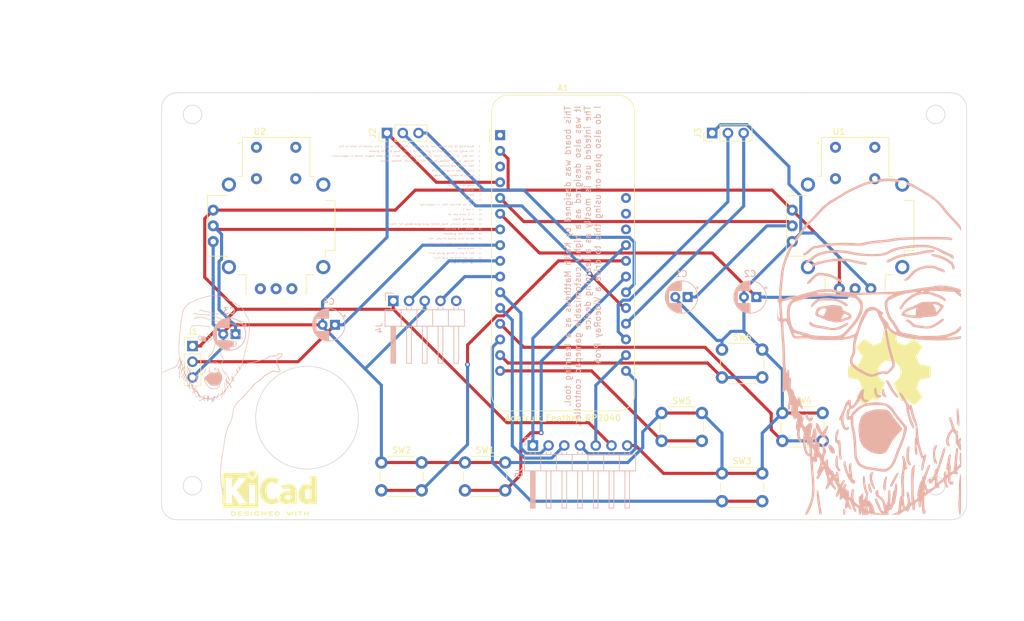
<source format=kicad_pcb>
(kicad_pcb (version 20221018) (generator pcbnew)
  (layers (0 "F.Cu" signal) (31 "B.Cu" signal) (34 "B.Paste" user) (35 "F.Paste" user) (36 "B.SilkS" user "B.Silkscreen") (37 "F.SilkS" user "F.Silkscreen") (38 "B.Mask" user) (39 "F.Mask" user) (44 "Edge.Cuts" user))
  (net 0 "")
  (net 3 "Net-(A1-D24)")
  (net 4 "Net-(A1-D25)")
  (net 5 "Net-(A1-TX)")
  (net 6 "Net-(A1-SDA)")
  (net 7 "Net-(A1-SCL)")
  (net 13 "+3.3V")
  (net 14 "GND")
  (net 15 "Net-(A1-A0)")
  (net 16 "Net-(A1-A1)")
  (net 17 "Net-(A1-A2)")
  (net 18 "Net-(A1-A3)")
  (net 24 "Net-(A1-SCK)")
  (net 25 "Net-(A1-MOSI)")
  (net 26 "Net-(A1-MISO)")
  (net 27 "Net-(A1-RX)")
  (net 28 "Net-(A1-D9)")
  (net 29 "Net-(A1-D10)")
  (net 30 "Net-(A1-D11)")
  (net 31 "Net-(A1-D12)")
  (net 32 "Net-(A1-D13)")
  (net 33 "Net-(A1-D4)")
  (net 34 "Net-(A1-D5)")
  (net 35 "Net-(A1-D6)")
  (footprint "Button_Switch_THT:SW_PUSH_6mm_H5mm" (layer "F.Cu") (at 180.25 105.25)
    (fp_text reference "SW4" (at 3.25 -2) (layer "F.SilkS"))
    (fp_text value "SW_Push")
    (pad "1" thru_hole circle (at 0 0 90) (size 2 2) (drill 1.1) (layers "*.Cu" "*.Mask") (net 14 "GND"))
    (pad "1" thru_hole circle (at 6.5 0 90) (size 2 2) (drill 1.1) (layers "*.Cu" "*.Mask") (net 14 "GND"))
    (pad "2" thru_hole circle (at 0 4.5 90) (size 2 2) (drill 1.1) (layers "*.Cu" "*.Mask") (net 26 "Net-(A1-MISO)"))
    (pad "2" thru_hole circle (at 6.5 4.5 90) (size 2 2) (drill 1.1) (layers "*.Cu" "*.Mask") (net 26 "Net-(A1-MISO)"))
  )
  (footprint "joystick:XDCR_COM-09032" (layer "F.Cu") (at 192 75)
    (fp_text reference "U1" (at -2.625 -15.235) (layer "F.SilkS"))
    (fp_text value "JOYSTICKPTH")
    (pad "B1A" thru_hole circle (at -3.175 -12.7) (size 1.778 1.778) (drill 0.9) (layers "*.Cu" "*.Mask"))
    (pad "B1B" thru_hole circle (at 3.175 -12.7) (size 1.778 1.778) (drill 0.9) (layers "*.Cu" "*.Mask"))
    (pad "B2A" thru_hole circle (at -3.175 -7.62) (size 1.778 1.778) (drill 0.9) (layers "*.Cu" "*.Mask"))
    (pad "B2B" thru_hole circle (at 3.175 -7.62) (size 1.778 1.778) (drill 0.9) (layers "*.Cu" "*.Mask"))
    (pad "H1" thru_hole circle (at -2.54 10.16) (size 1.778 1.778) (drill 0.889) (layers "*.Cu" "*.Mask") (net 13 "+3.3V"))
    (pad "H2" thru_hole circle (at 0 10.16) (size 1.778 1.778) (drill 0.889) (layers "*.Cu" "*.Mask") (net 16 "Net-(A1-A1)"))
    (pad "H3" thru_hole circle (at 2.54 10.16) (size 1.778 1.778) (drill 0.889) (layers "*.Cu" "*.Mask") (net 14 "GND"))
    (pad "S1" thru_hole circle (at -7.62 -6.6675) (size 2.286 2.286) (drill 1.397) (layers "*.Cu" "*.Mask"))
    (pad "S2" thru_hole circle (at -7.62 6.6675) (size 2.286 2.286) (drill 1.397) (layers "*.Cu" "*.Mask"))
    (pad "S3" thru_hole circle (at 7.62 6.6675) (size 2.286 2.286) (drill 1.397) (layers "*.Cu" "*.Mask"))
    (pad "S4" thru_hole circle (at 7.62 -6.6675) (size 2.286 2.286) (drill 1.397) (layers "*.Cu" "*.Mask"))
    (pad "V1" thru_hole circle (at -10.16 -2.54) (size 1.778 1.778) (drill 0.889) (layers "*.Cu" "*.Mask") (net 13 "+3.3V"))
    (pad "V2" thru_hole circle (at -10.16 0) (size 1.778 1.778) (drill 0.889) (layers "*.Cu" "*.Mask") (net 15 "Net-(A1-A0)"))
    (pad "V3" thru_hole circle (at -10.16 2.54) (size 1.778 1.778) (drill 0.889) (layers "*.Cu" "*.Mask") (net 14 "GND"))
  )
  (footprint "Connector_PinHeader_2.54mm:PinHeader_1x03_P2.54mm_Vertical" (layer "F.Cu") (at 85 94.42)
    (fp_text reference "J1" (at 0 -2.33) (layer "F.SilkS"))
    (fp_text value "Conn_01x03_Pin")
    (pad "1" thru_hole rect (at 0 0) (size 1.7 1.7) (drill 1) (layers "*.Cu" "*.Mask") (net 13 "+3.3V"))
    (pad "2" thru_hole oval (at 0 2.54) (size 1.7 1.7) (drill 1) (layers "*.Cu" "*.Mask") (net 18 "Net-(A1-A3)"))
    (pad "3" thru_hole oval (at 0 5.08) (size 1.7 1.7) (drill 1) (layers "*.Cu" "*.Mask") (net 14 "GND"))
  )
  (footprint "Symbol:OSHW-Symbol_13.4x12mm_SilkScreen" (layer "F.Cu") (at 197.5 98)
    (fp_text reference "REF15" hide)
    (fp_text value "OSHW-Symbol_13.4x12mm_SilkScreen" hide)
  )
  (footprint "Button_Switch_THT:SW_PUSH_6mm_H5mm" (layer "F.Cu") (at 115.5 113.25)
    (fp_text reference "SW2" (at 3.25 -2) (layer "F.SilkS"))
    (fp_text value "SW_Push")
    (pad "1" thru_hole circle (at 0 0 90) (size 2 2) (drill 1.1) (layers "*.Cu" "*.Mask") (net 14 "GND"))
    (pad "1" thru_hole circle (at 6.5 0 90) (size 2 2) (drill 1.1) (layers "*.Cu" "*.Mask") (net 14 "GND"))
    (pad "2" thru_hole circle (at 0 4.5 90) (size 2 2) (drill 1.1) (layers "*.Cu" "*.Mask") (net 31 "Net-(A1-D12)"))
    (pad "2" thru_hole circle (at 6.5 4.5 90) (size 2 2) (drill 1.1) (layers "*.Cu" "*.Mask") (net 31 "Net-(A1-D12)"))
  )
  (footprint "Connector_PinHeader_2.54mm:PinHeader_1x03_P2.54mm_Vertical" (layer "F.Cu") (at 116.42 60 90)
    (fp_text reference "J2" (at 0 -2.33 90) (layer "F.SilkS"))
    (fp_text value "Conn_01x03_Pin")
    (pad "1" thru_hole rect (at 0 0 90) (size 1.7 1.7) (drill 1) (layers "*.Cu" "*.Mask") (net 14 "GND"))
    (pad "2" thru_hole oval (at 0 2.54 90) (size 1.7 1.7) (drill 1) (layers "*.Cu" "*.Mask") (net 28 "Net-(A1-D9)"))
    (pad "3" thru_hole oval (at 0 5.08 90) (size 1.7 1.7) (drill 1) (layers "*.Cu" "*.Mask") (net 29 "Net-(A1-D10)"))
  )
  (footprint "joystick:XDCR_COM-09032" (layer "F.Cu") (at 98.5 75)
    (fp_text reference "U2" (at -2.625 -15.235) (layer "F.SilkS"))
    (fp_text value "JOYSTICKPTH")
    (pad "B1A" thru_hole circle (at -3.175 -12.7) (size 1.778 1.778) (drill 0.9) (layers "*.Cu" "*.Mask"))
    (pad "B1B" thru_hole circle (at 3.175 -12.7) (size 1.778 1.778) (drill 0.9) (layers "*.Cu" "*.Mask"))
    (pad "B2A" thru_hole circle (at -3.175 -7.62) (size 1.778 1.778) (drill 0.9) (layers "*.Cu" "*.Mask"))
    (pad "B2B" thru_hole circle (at 3.175 -7.62) (size 1.778 1.778) (drill 0.9) (layers "*.Cu" "*.Mask"))
    (pad "H1" thru_hole circle (at -2.54 10.16) (size 1.778 1.778) (drill 0.889) (layers "*.Cu" "*.Mask"))
    (pad "H2" thru_hole circle (at 0 10.16) (size 1.778 1.778) (drill 0.889) (layers "*.Cu" "*.Mask"))
    (pad "H3" thru_hole circle (at 2.54 10.16) (size 1.778 1.778) (drill 0.889) (layers "*.Cu" "*.Mask"))
    (pad "S1" thru_hole circle (at -7.62 -6.6675) (size 2.286 2.286) (drill 1.397) (layers "*.Cu" "*.Mask"))
    (pad "S2" thru_hole circle (at -7.62 6.6675) (size 2.286 2.286) (drill 1.397) (layers "*.Cu" "*.Mask"))
    (pad "S3" thru_hole circle (at 7.62 6.6675) (size 2.286 2.286) (drill 1.397) (layers "*.Cu" "*.Mask"))
    (pad "S4" thru_hole circle (at 7.62 -6.6675) (size 2.286 2.286) (drill 1.397) (layers "*.Cu" "*.Mask"))
    (pad "V1" thru_hole circle (at -10.16 -2.54) (size 1.778 1.778) (drill 0.889) (layers "*.Cu" "*.Mask") (net 13 "+3.3V"))
    (pad "V2" thru_hole circle (at -10.16 0) (size 1.778 1.778) (drill 0.889) (layers "*.Cu" "*.Mask") (net 17 "Net-(A1-A2)"))
    (pad "V3" thru_hole circle (at -10.16 2.54) (size 1.778 1.778) (drill 0.889) (layers "*.Cu" "*.Mask") (net 14 "GND"))
  )
  (footprint "Button_Switch_THT:SW_PUSH_6mm_H5mm" (layer "F.Cu") (at 170.5 95)
    (fp_text reference "SW6" (at 3.25 -2) (layer "F.SilkS"))
    (fp_text value "SW_Push")
    (pad "1" thru_hole circle (at 0 0 90) (size 2 2) (drill 1.1) (layers "*.Cu" "*.Mask") (net 14 "GND"))
    (pad "1" thru_hole circle (at 6.5 0 90) (size 2 2) (drill 1.1) (layers "*.Cu" "*.Mask") (net 14 "GND"))
    (pad "2" thru_hole circle (at 0 4.5 90) (size 2 2) (drill 1.1) (layers "*.Cu" "*.Mask") (net 5 "Net-(A1-TX)"))
    (pad "2" thru_hole circle (at 6.5 4.5 90) (size 2 2) (drill 1.1) (layers "*.Cu" "*.Mask") (net 5 "Net-(A1-TX)"))
  )
  (footprint "Connector_PinHeader_2.54mm:PinHeader_1x03_P2.54mm_Vertical" (layer "F.Cu") (at 168.92 60 90)
    (fp_text reference "J3" (at 0 -2.33 90) (layer "F.SilkS"))
    (fp_text value "Conn_01x03_Pin")
    (pad "1" thru_hole rect (at 0 0 90) (size 1.7 1.7) (drill 1) (layers "*.Cu" "*.Mask") (net 14 "GND"))
    (pad "2" thru_hole oval (at 0 2.54 90) (size 1.7 1.7) (drill 1) (layers "*.Cu" "*.Mask") (net 34 "Net-(A1-D5)"))
    (pad "3" thru_hole oval (at 0 5.08 90) (size 1.7 1.7) (drill 1) (layers "*.Cu" "*.Mask") (net 35 "Net-(A1-D6)"))
  )
  (footprint "Button_Switch_THT:SW_PUSH_6mm_H5mm" (layer "F.Cu") (at 160.75 105.25)
    (fp_text reference "SW5" (at 3.25 -2) (layer "F.SilkS"))
    (fp_text value "SW_Push")
    (pad "1" thru_hole circle (at 0 0 90) (size 2 2) (drill 1.1) (layers "*.Cu" "*.Mask") (net 14 "GND"))
    (pad "1" thru_hole circle (at 6.5 0 90) (size 2 2) (drill 1.1) (layers "*.Cu" "*.Mask") (net 14 "GND"))
    (pad "2" thru_hole circle (at 0 4.5 90) (size 2 2) (drill 1.1) (layers "*.Cu" "*.Mask") (net 33 "Net-(A1-D4)"))
    (pad "2" thru_hole circle (at 6.5 4.5 90) (size 2 2) (drill 1.1) (layers "*.Cu" "*.Mask") (net 33 "Net-(A1-D4)"))
  )
  (footprint "Module:Adafruit_Feather" (layer "F.Cu") (at 134.68 60.34)
    (fp_text reference "A1" (at 10.16 -7.62) (layer "F.SilkS"))
    (fp_text value "Adafruit_Feather_RP2040" (at 10.16 45.72 180) (layer "F.SilkS"))
    (pad "1" thru_hole rect (at 0 0 180) (size 1.6 1.6) (drill 0.8) (layers "*.Cu" "*.Mask"))
    (pad "2" thru_hole circle (at 0 2.54 180) (size 1.6 1.6) (drill 0.8) (layers "*.Cu" "*.Mask") (net 13 "+3.3V"))
    (pad "3" thru_hole circle (at 0 5.08 180) (size 1.6 1.6) (drill 0.8) (layers "*.Cu" "*.Mask"))
    (pad "4" thru_hole circle (at 0 7.62 180) (size 1.6 1.6) (drill 0.8) (layers "*.Cu" "*.Mask") (net 14 "GND"))
    (pad "5" thru_hole circle (at 0 10.16 180) (size 1.6 1.6) (drill 0.8) (layers "*.Cu" "*.Mask") (net 15 "Net-(A1-A0)"))
    (pad "6" thru_hole circle (at 0 12.7 180) (size 1.6 1.6) (drill 0.8) (layers "*.Cu" "*.Mask") (net 16 "Net-(A1-A1)"))
    (pad "7" thru_hole circle (at 0 15.24 180) (size 1.6 1.6) (drill 0.8) (layers "*.Cu" "*.Mask") (net 17 "Net-(A1-A2)"))
    (pad "8" thru_hole circle (at 0 17.78 180) (size 1.6 1.6) (drill 0.8) (layers "*.Cu" "*.Mask") (net 18 "Net-(A1-A3)"))
    (pad "9" thru_hole circle (at 0 20.32 180) (size 1.6 1.6) (drill 0.8) (layers "*.Cu" "*.Mask") (net 3 "Net-(A1-D24)"))
    (pad "10" thru_hole circle (at 0 22.86 180) (size 1.6 1.6) (drill 0.8) (layers "*.Cu" "*.Mask") (net 4 "Net-(A1-D25)"))
    (pad "11" thru_hole circle (at 0 25.4 180) (size 1.6 1.6) (drill 0.8) (layers "*.Cu" "*.Mask") (net 24 "Net-(A1-SCK)"))
    (pad "12" thru_hole circle (at 0 27.94 180) (size 1.6 1.6) (drill 0.8) (layers "*.Cu" "*.Mask") (net 25 "Net-(A1-MOSI)"))
    (pad "13" thru_hole circle (at 0 30.48 180) (size 1.6 1.6) (drill 0.8) (layers "*.Cu" "*.Mask") (net 26 "Net-(A1-MISO)"))
    (pad "14" thru_hole circle (at 0 33.02 180) (size 1.6 1.6) (drill 0.8) (layers "*.Cu" "*.Mask") (net 27 "Net-(A1-RX)"))
    (pad "15" thru_hole circle (at 0 35.56 180) (size 1.6 1.6) (drill 0.8) (layers "*.Cu" "*.Mask") (net 5 "Net-(A1-TX)"))
    (pad "16" thru_hole circle (at 0 38.1 180) (size 1.6 1.6) (drill 0.8) (layers "*.Cu" "*.Mask") (net 33 "Net-(A1-D4)"))
    (pad "17" thru_hole circle (at 20.32 38.1 180) (size 1.6 1.6) (drill 0.8) (layers "*.Cu" "*.Mask") (net 6 "Net-(A1-SDA)"))
    (pad "18" thru_hole circle (at 20.32 35.56 180) (size 1.6 1.6) (drill 0.8) (layers "*.Cu" "*.Mask") (net 7 "Net-(A1-SCL)"))
    (pad "19" thru_hole circle (at 20.32 33.02 180) (size 1.6 1.6) (drill 0.8) (layers "*.Cu" "*.Mask") (net 34 "Net-(A1-D5)"))
    (pad "20" thru_hole circle (at 20.32 30.48 180) (size 1.6 1.6) (drill 0.8) (layers "*.Cu" "*.Mask") (net 35 "Net-(A1-D6)"))
    (pad "21" thru_hole circle (at 20.32 27.94 180) (size 1.6 1.6) (drill 0.8) (layers "*.Cu" "*.Mask") (net 28 "Net-(A1-D9)"))
    (pad "22" thru_hole circle (at 20.32 25.4 180) (size 1.6 1.6) (drill 0.8) (layers "*.Cu" "*.Mask") (net 29 "Net-(A1-D10)"))
    (pad "23" thru_hole circle (at 20.32 22.86 180) (size 1.6 1.6) (drill 0.8) (layers "*.Cu" "*.Mask") (net 30 "Net-(A1-D11)"))
    (pad "24" thru_hole circle (at 20.32 20.32 180) (size 1.6 1.6) (drill 0.8) (layers "*.Cu" "*.Mask") (net 31 "Net-(A1-D12)"))
    (pad "25" thru_hole circle (at 20.32 17.78 180) (size 1.6 1.6) (drill 0.8) (layers "*.Cu" "*.Mask") (net 32 "Net-(A1-D13)"))
    (pad "26" thru_hole circle (at 20.32 15.24 180) (size 1.6 1.6) (drill 0.8) (layers "*.Cu" "*.Mask"))
    (pad "27" thru_hole circle (at 20.32 12.7 180) (size 1.6 1.6) (drill 0.8) (layers "*.Cu" "*.Mask"))
    (pad "28" thru_hole circle (at 20.32 10.16 180) (size 1.6 1.6) (drill 0.8) (layers "*.Cu" "*.Mask"))
  )
  (footprint "Button_Switch_THT:SW_PUSH_6mm_H5mm" (layer "F.Cu") (at 129 113.25)
    (fp_text reference "SW1" (at 3.25 -2) (layer "F.SilkS"))
    (fp_text value "SW_Push")
    (pad "1" thru_hole circle (at 0 0 90) (size 2 2) (drill 1.1) (layers "*.Cu" "*.Mask") (net 14 "GND"))
    (pad "1" thru_hole circle (at 6.5 0 90) (size 2 2) (drill 1.1) (layers "*.Cu" "*.Mask") (net 14 "GND"))
    (pad "2" thru_hole circle (at 0 4.5 90) (size 2 2) (drill 1.1) (layers "*.Cu" "*.Mask") (net 30 "Net-(A1-D11)"))
    (pad "2" thru_hole circle (at 6.5 4.5 90) (size 2 2) (drill 1.1) (layers "*.Cu" "*.Mask") (net 30 "Net-(A1-D11)"))
  )
  (footprint "Button_Switch_THT:SW_PUSH_6mm_H5mm" (layer "F.Cu") (at 170.5 115)
    (fp_text reference "SW3" (at 3.25 -2) (layer "F.SilkS"))
    (fp_text value "SW_Push")
    (pad "1" thru_hole circle (at 0 0 90) (size 2 2) (drill 1.1) (layers "*.Cu" "*.Mask") (net 14 "GND"))
    (pad "1" thru_hole circle (at 6.5 0 90) (size 2 2) (drill 1.1) (layers "*.Cu" "*.Mask") (net 14 "GND"))
    (pad "2" thru_hole circle (at 0 4.5 90) (size 2 2) (drill 1.1) (layers "*.Cu" "*.Mask") (net 27 "Net-(A1-RX)"))
    (pad "2" thru_hole circle (at 6.5 4.5 90) (size 2 2) (drill 1.1) (layers "*.Cu" "*.Mask") (net 27 "Net-(A1-RX)"))
  )
  (footprint "Symbol:KiCad-Logo2_6mm_SilkScreen" (layer "F.Cu") (at 97.5 117.5)
    (fp_text reference "REF30" hide)
    (fp_text value "KiCad-Logo2_6mm_SilkScreen" hide)
  )
  (footprint "symbols:Wojack1" (layer "B.Cu") (at 194.5 93.5 180)
    (fp_text reference "G36" hide)
    (fp_text value "LOGO" hide)
  )
  (footprint "Capacitor_THT:CP_Radial_D5.0mm_P2.00mm" (layer "B.Cu") (at 91.9551 92.5 180)
    (fp_text reference "C3" (at 1 3.75) (layer "B.SilkS") (effects (justify mirror)))
    (fp_text value "C_Polarized")
    (pad "1" thru_hole rect (at 0 0 180) (size 1.6 1.6) (drill 0.8) (layers "*.Cu" "*.Mask") (net 17 "Net-(A1-A2)"))
    (pad "2" thru_hole circle (at 2 0 180) (size 1.6 1.6) (drill 0.8) (layers "*.Cu" "*.Mask") (net 14 "GND"))
  )
  (footprint "Capacitor_THT:CP_Radial_D5.0mm_P2.00mm" (layer "B.Cu") (at 108 91 180)
    (fp_text reference "C4" (at 1 3.75) (layer "B.SilkS") (effects (justify mirror)))
    (fp_text value "C_Polarized")
    (pad "1" thru_hole rect (at 0 0 180) (size 1.6 1.6) (drill 0.8) (layers "*.Cu" "*.Mask") (net 18 "Net-(A1-A3)"))
    (pad "2" thru_hole circle (at 2 0 180) (size 1.6 1.6) (drill 0.8) (layers "*.Cu" "*.Mask") (net 14 "GND"))
  )
  (footprint "Connector_PinHeader_2.54mm:PinHeader_1x05_P2.54mm_Horizontal" (layer "B.Cu") (at 117.425 87.125 -90)
    (fp_text reference "J4" (at 4.385 2.27 90) (layer "B.SilkS") (effects (justify mirror)))
    (fp_text value "Conn_01x05_Pin")
    (pad "1" thru_hole rect (at 0 0 270) (size 1.7 1.7) (drill 1) (layers "*.Cu" "*.Mask") (net 13 "+3.3V"))
    (pad "2" thru_hole oval (at 0 -2.54 270) (size 1.7 1.7) (drill 1) (layers "*.Cu" "*.Mask") (net 3 "Net-(A1-D24)"))
    (pad "3" thru_hole oval (at 0 -5.08 270) (size 1.7 1.7) (drill 1) (layers "*.Cu" "*.Mask") (net 14 "GND"))
    (pad "4" thru_hole oval (at 0 -7.62 270) (size 1.7 1.7) (drill 1) (layers "*.Cu" "*.Mask") (net 4 "Net-(A1-D25)"))
    (pad "5" thru_hole oval (at 0 -10.16 270) (size 1.7 1.7) (drill 1) (layers "*.Cu" "*.Mask"))
  )
  (footprint "Capacitor_THT:CP_Radial_D5.0mm_P2.00mm" (layer "B.Cu") (at 176.0449 86.5 180)
    (fp_text reference "C2" (at 1 3.75) (layer "B.SilkS") (effects (justify mirror)))
    (fp_text value "C_Polarized")
    (pad "1" thru_hole rect (at 0 0 180) (size 1.6 1.6) (drill 0.8) (layers "*.Cu" "*.Mask") (net 16 "Net-(A1-A1)"))
    (pad "2" thru_hole circle (at 2 0 180) (size 1.6 1.6) (drill 0.8) (layers "*.Cu" "*.Mask") (net 14 "GND"))
  )
  (footprint "Connector_PinHeader_2.54mm:PinHeader_1x07_P2.54mm_Horizontal" (layer "B.Cu") (at 139.96 110.5 -90)
    (fp_text reference "J5" (at 4.385 2.27 90) (layer "B.SilkS") (effects (justify mirror)))
    (fp_text value "Conn_01x07_Pin")
    (pad "1" thru_hole rect (at 0 0 270) (size 1.7 1.7) (drill 1) (layers "*.Cu" "*.Mask") (net 32 "Net-(A1-D13)"))
    (pad "2" thru_hole oval (at 0 -2.54 270) (size 1.7 1.7) (drill 1) (layers "*.Cu" "*.Mask") (net 24 "Net-(A1-SCK)"))
    (pad "3" thru_hole oval (at 0 -5.08 270) (size 1.7 1.7) (drill 1) (layers "*.Cu" "*.Mask") (net 25 "Net-(A1-MOSI)"))
    (pad "4" thru_hole oval (at 0 -7.62 270) (size 1.7 1.7) (drill 1) (layers "*.Cu" "*.Mask") (net 6 "Net-(A1-SDA)"))
    (pad "5" thru_hole oval (at 0 -10.16 270) (size 1.7 1.7) (drill 1) (layers "*.Cu" "*.Mask") (net 7 "Net-(A1-SCL)"))
    (pad "6" thru_hole oval (at 0 -12.7 270) (size 1.7 1.7) (drill 1) (layers "*.Cu" "*.Mask") (net 13 "+3.3V"))
    (pad "7" thru_hole oval (at 0 -15.24 270) (size 1.7 1.7) (drill 1) (layers "*.Cu" "*.Mask") (net 14 "GND"))
  )
  (footprint "symbols:Wojack2" (layer "B.Cu") (at 90 100.5 180)
    (fp_text reference "G45" hide)
    (fp_text value "LOGO" hide)
  )
  (footprint "Capacitor_THT:CP_Radial_D5.0mm_P2.00mm" (layer "B.Cu") (at 164.9551 86.5 180)
    (fp_text reference "C1" (at 1 3.75) (layer "B.SilkS") (effects (justify mirror)))
    (fp_text value "C_Polarized")
    (pad "1" thru_hole rect (at 0 0 180) (size 1.6 1.6) (drill 0.8) (layers "*.Cu" "*.Mask") (net 15 "Net-(A1-A0)"))
    (pad "2" thru_hole circle (at 2 0 180) (size 1.6 1.6) (drill 0.8) (layers "*.Cu" "*.Mask") (net 14 "GND"))
  )
  (footprint "symbols:beemovie" (layer "B.Cu") (at 119.5 71.5 180)
    (fp_text reference "G34" hide)
    (fp_text value "LOGO" hide)
  )
  (gr_arc (start 207.5 53.5) (mid 209.267767 54.232233) (end 210 56) (stroke (width 0.1)) (layer "Edge.Cuts"))
  (gr_line (start 210 56) (end 210 120) (stroke (width 0.1)) (layer "Edge.Cuts"))
  (gr_line (start 207.5 122.5) (end 82.5 122.5) (stroke (width 0.1)) (layer "Edge.Cuts"))
  (gr_circle (center 205 117) (end 206.5 117) (stroke (width 0.1)) (fill none) (layer "Edge.Cuts"))
  (gr_circle (center 85 117) (end 86.5 117) (stroke (width 0.1)) (fill none) (layer "Edge.Cuts"))
  (gr_line (start 80 120) (end 80 56) (stroke (width 0.1)) (layer "Edge.Cuts"))
  (gr_circle (center 85 57) (end 86.5 57) (stroke (width 0.1)) (fill none) (layer "Edge.Cuts"))
  (gr_line (start 105 53.5) (end 184 53.5) (stroke (width 0.1)) (layer "Edge.Cuts"))
  (gr_circle (center 205 57) (end 206.5 57) (stroke (width 0.1)) (fill none) (layer "Edge.Cuts"))
  (gr_circle (center 103.5 106) (end 111.8 106) (stroke (width 0.1)) (fill none) (layer "Edge.Cuts"))
  (gr_arc (start 210 120) (mid 209.267767 121.767767) (end 207.5 122.5) (stroke (width 0.1)) (layer "Edge.Cuts"))
  (gr_arc (start 80 56) (mid 80.732233 54.232233) (end 82.5 53.5) (stroke (width 0.1)) (layer "Edge.Cuts"))
  (gr_line (start 184 53.5) (end 207.5 53.5) (stroke (width 0.1)) (layer "Edge.Cuts"))
  (gr_arc (start 82.5 122.5) (mid 80.732233 121.767767) (end 80 120) (stroke (width 0.1)) (layer "Edge.Cuts"))
  (gr_line (start 105 53.5) (end 82.5 53.5) (stroke (width 0.1)) (layer "Edge.Cuts"))
  (gr_text "This board was designed by Keith Matthews as a learning tool.\nIt was also designed as a highly customizable gamepad controller.\nThe inteded use is mostly as a learning device\nI do also plan on using this to drive a VideoRay Pro4\n" (at 151 55.5 90) (layer "B.SilkS") (effects (font (size 1 1)) (justify left bottom mirror)))
  (segment (start 126.43 80.66) (end 134.68 80.66) (width 0.5) (layer "B.Cu") (net 3))
  (segment (start 119.965 87.125) (end 126.43 80.66) (width 0.5) (layer "B.Cu") (net 3))
  (segment (start 134.68 83.2) (end 128.97 83.2) (width 0.5) (layer "B.Cu") (net 4))
  (segment (start 128.97 83.2) (end 125.045 87.125) (width 0.5) (layer "B.Cu") (net 4))
  (segment (start 135.95 97.17) (end 168.17 97.17) (width 0.5) (layer "F.Cu") (net 5))
  (segment (start 168.17 97.17) (end 170.5 99.5) (width 0.5) (layer "F.Cu") (net 5))
  (segment (start 134.68 95.9) (end 135.95 97.17) (width 0.5) (layer "F.Cu") (net 5))
  (segment (start 177 99.5) (end 170.5 99.5) (width 0.5) (layer "B.Cu") (net 5))
  (segment (start 156.5186 99.9586) (end 156.5186 111.0282) (width 0.5) (layer "B.Cu") (net 6))
  (segment (start 156.5186 111.0282) (end 155.7334 111.8134) (width 0.5) (layer "B.Cu") (net 6))
  (segment (start 155 98.44) (end 156.5186 99.9586) (width 0.5) (layer "B.Cu") (net 6))
  (segment (start 155.7334 111.8134) (end 148.8934 111.8134) (width 0.5) (layer "B.Cu") (net 6))
  (segment (start 148.8934 111.8134) (end 147.58 110.5) (width 0.5) (layer "B.Cu") (net 6))
  (segment (start 155 95.9) (end 150.12 100.78) (width 0.5) (layer "B.Cu") (net 7))
  (segment (start 150.12 100.78) (end 150.12 110.5) (width 0.5) (layer "B.Cu") (net 7))
  (segment (start 189.46 80.08) (end 189.46 85.16) (width 0.5) (layer "F.Cu") (net 13))
  (segment (start 88.34 72.46) (end 86.9747 73.8253) (width 0.5) (layer "F.Cu") (net 13))
  (segment (start 117.425 88.475) (end 135.7592 106.8092) (width 0.5) (layer "F.Cu") (net 13))
  (segment (start 86.9747 83.3235) (end 92.1262 88.475) (width 0.5) (layer "F.Cu") (net 13))
  (segment (start 86.9747 73.8253) (end 86.9747 83.3235) (width 0.5) (layer "F.Cu") (net 13))
  (segment (start 120.9723 69.23) (end 117.7423 72.46) (width 0.5) (layer "F.Cu") (net 13))
  (segment (start 117.425 87.125) (end 117.425 88.475) (width 0.5) (layer "F.Cu") (net 13))
  (segment (start 86.35 94.2512) (end 86.35 94.42) (width 0.5) (layer "F.Cu") (net 13))
  (segment (start 117.425 88.475) (end 92.1262 88.475) (width 0.5) (layer "F.Cu") (net 13))
  (segment (start 117.7423 72.46) (end 88.34 72.46) (width 0.5) (layer "F.Cu") (net 13))
  (segment (start 181.84 72.46) (end 178.61 69.23) (width 0.5) (layer "F.Cu") (net 13))
  (segment (start 85 94.42) (end 86.35 94.42) (width 0.5) (layer "F.Cu") (net 13))
  (segment (start 92.1262 88.475) (end 86.35 94.2512) (width 0.5) (layer "F.Cu") (net 13))
  (segment (start 178.61 69.23) (end 135.9652 69.23) (width 0.5) (layer "F.Cu") (net 13))
  (segment (start 135.9652 64.1652) (end 135.9652 69.23) (width 0.5) (layer "F.Cu") (net 13))
  (segment (start 181.84 72.46) (end 189.46 80.08) (width 0.5) (layer "F.Cu") (net 13))
  (segment (start 135.9652 69.23) (end 120.9723 69.23) (width 0.5) (layer "F.Cu") (net 13))
  (segment (start 134.68 62.88) (end 135.9652 64.1652) (width 0.5) (layer "F.Cu") (net 13))
  (segment (start 135.7592 106.8092) (end 148.9692 106.8092) (width 0.5) (layer "F.Cu") (net 13))
  (segment (start 148.9692 106.8092) (end 152.66 110.5) (width 0.5) (layer "F.Cu") (net 13))
  (segment (start 135.5 113.25) (end 129 113.25) (width 0.5) (layer "F.Cu") (net 14))
  (segment (start 124.38 67.96) (end 116.42 60) (width 0.5) (layer "F.Cu") (net 14))
  (segment (start 115.5 113.25) (end 122 113.25) (width 0.5) (layer "F.Cu") (net 14))
  (segment (start 122 113.25) (end 129 113.25) (width 0.5) (layer "F.Cu") (net 14))
  (segment (start 106 91) (end 91.1737 91) (width 0.5) (layer "F.Cu") (net 14))
  (segment (start 91.1737 91) (end 89.9551 92.2186) (width 0.5) (layer "F.Cu") (net 14))
  (segment (start 134.68 67.96) (end 124.38 67.96) (width 0.5) (layer "F.Cu") (net 14))
  (segment (start 155.2 110.5) (end 156.55 110.5) (width 0.5) (layer "F.Cu") (net 14))
  (segment (start 177 115) (end 170.5 115) (width 0.5) (layer "F.Cu") (net 14))
  (segment (start 161.05 115) (end 156.55 110.5) (width 0.5) (layer "F.Cu") (net 14))
  (segment (start 167.25 105.25) (end 160.75 105.25) (width 0.5) (layer "F.Cu") (net 14))
  (segment (start 89.9551 92.2186) (end 89.9551 92.5) (width 0.5) (layer "F.Cu") (net 14))
  (segment (start 186.75 105.25) (end 180.25 105.25) (width 0.5) (layer "F.Cu") (net 14))
  (segment (start 170.5 115) (end 161.05 115) (width 0.5) (layer "F.Cu") (net 14))
  (segment (start 106 91.2491) (end 112.8655 98.1145) (width 0.5) (layer "B.Cu") (net 14))
  (segment (start 89.9551 94.5449) (end 89.9551 92.5) (width 0.5) (layer "B.Cu") (net 14))
  (segment (start 174.0449 85.3351) (end 181.84 77.54) (width 0.5) (layer "B.Cu") (net 14))
  (segment (start 170.5 93.5224) (end 169.6835 93.5224) (width 0.5) (layer "B.Cu") (net 14))
  (segment (start 116.42 76.829) (end 106 87.249) (width 0.5) (layer "B.Cu") (net 14))
  (segment (start 177 108.5) (end 180.25 105.25) (width 0.5) (layer "B.Cu") (net 14))
  (segment (start 174.5574 58.6606) (end 181.3133 65.4165) (width 0.5) (layer "B.Cu") (net 14))
  (segment (start 181.3133 65.4165) (end 181.3133 68.264) (width 0.5) (layer "B.Cu") (net 14))
  (segment (start 88.34 90.8849) (end 88.34 77.54) (width 0.5) (layer "B.Cu") (net 14))
  (segment (start 183.2189 76.1611) (end 185.5411 76.1611) (width 0.5) (layer "B.Cu") (net 14))
  (segment (start 106 87.249) (end 106 91) (width 0.5) (layer "B.Cu") (net 14))
  (segment (start 181.3133 68.264) (end 183.2189 70.1696) (width 0.5) (layer "B.Cu") (net 14))
  (segment (start 122.505 87.125) (end 122.505 88.475) (width 0.5) (layer "B.Cu") (net 14))
  (segment (start 174.0449 92.0449) (end 171.9775 92.0449) (width 0.5) (layer "B.Cu") (net 14))
  (segment (start 171.9775 92.0449) (end 170.5 93.5224) (width 0.5) (layer "B.Cu") (net 14))
  (segment (start 167.25 105.25) (end 170.5 108.5) (width 0.5) (layer "B.Cu") (net 14))
  (segment (start 157.7004 108.2996) (end 160.75 105.25) (width 0.5) (layer "B.Cu") (net 14))
  (segment (start 89.9551 92.5) (end 88.34 90.8849) (width 0.5) (layer "B.Cu") (net 14))
  (segment (start 106 91) (end 106 91.2491) (width 0.5) (layer "B.Cu") (net 14))
  (segment (start 115.5 100.7491) (end 115.5 113.25) (width 0.5) (layer "B.Cu") (net 14))
  (segment (start 180.25 98.25) (end 180.25 105.25) (width 0.5) (layer "B.Cu") (net 14))
  (segment (start 112.8655 98.1145) (end 115.5 100.7491) (width 0.5) (layer "B.Cu") (net 14))
  (segment (start 170.2594 58.6606) (end 174.5574 58.6606) (width 0.5) (layer "B.Cu") (net 14))
  (segment (start 174.0449 92.0449) (end 174.0449 86.5) (width 0.5) (layer "B.Cu") (net 14))
  (segment (start 174.0449 92.0449) (end 177 95) (width 0.5) (layer "B.Cu") (net 14))
  (segment (start 112.8655 98.1145) (end 122.505 88.475) (width 0.5) (layer "B.Cu") (net 14))
  (segment (start 177 95) (end 180.25 98.25) (width 0.5) (layer "B.Cu") (net 14))
  (segment (start 170.5 108.5) (end 170.5 115) (width 0.5) (layer "B.Cu") (net 14))
  (segment (start 170.5 93.5224) (end 170.5 95) (width 0.5) (layer "B.Cu") (net 14))
  (segment (start 135.5 113.25) (end 155.2957 113.25) (width 0.5) (layer "B.Cu") (net 14))
  (segment (start 168.92 60) (end 170.2594 58.6606) (width 0.5) (layer "B.Cu") (net 14))
  (segment (start 177 115) (end 177 108.5) (width 0.5) (layer "B.Cu") (net 14))
  (segment (start 183.2189 76.1611) (end 181.84 77.54) (width 0.5) (layer "B.Cu") (net 14))
  (segment (start 183.2189 70.1696) (end 183.2189 76.1611) (width 0.5) (layer "B.Cu") (net 14))
  (segment (start 157.7004 110.8453) (end 157.7004 108.2996) (width 0.5) (layer "B.Cu") (net 14))
  (segment (start 169.6835 93.5224) (end 162.9551 86.794) (width 0.5) (layer "B.Cu") (net 14))
  (segment (start 174.0449 86.5) (end 174.0449 85.3351) (width 0.5) (layer "B.Cu") (net 14))
  (segment (start 85 99.5) (end 89.9551 94.5449) (width 0.5) (layer "B.Cu") (net 14))
  (segment (start 162.9551 86.794) (end 162.9551 86.5) (width 0.5) (layer "B.Cu") (net 14))
  (segment (start 155.2957 113.25) (end 157.7004 110.8453) (width 0.5) (layer "B.Cu") (net 14))
  (segment (start 185.5411 76.1611) (end 194.54 85.16) (width 0.5) (layer "B.Cu") (net 14))
  (segment (start 116.42 60) (end 116.42 76.829) (width 0.5) (layer "B.Cu") (net 14))
  (segment (start 138.487 74.307) (end 134.68 70.5) (width 0.5) (layer "F.Cu") (net 15))
  (segment (start 181.147 74.307) (end 138.487 74.307) (width 0.5) (layer "F.Cu") (net 15))
  (segment (start 181.84 75) (end 181.147 74.307) (width 0.5) (layer "F.Cu") (net 15))
  (segment (start 177.7551 75) (end 166.2551 86.5) (width 0.5) (layer "B.Cu") (net 15))
  (segment (start 181.84 75) (end 177.7551 75) (width 0.5) (layer "B.Cu") (net 15))
  (segment (start 164.9551 86.5) (end 166.2551 86.5) (width 0.5) (layer "B.Cu") (net 15))
  (segment (start 141.03 79.39) (end 168.9349 79.39) (width 0.5) (layer "F.Cu") (net 16))
  (segment (start 134.68 73.04) (end 141.03 79.39) (width 0.5) (layer "F.Cu") (net 16))
  (segment (start 168.9349 79.39) (end 176.0449 86.5) (width 0.5) (layer "F.Cu") (net 16))
  (segment (start 177.3956 86.5507) (end 190.6093 86.5507) (width 0.5) (layer "B.Cu") (net 16))
  (segment (start 177.3449 86.5) (end 177.3956 86.5507) (width 0.5) (layer "B.Cu") (net 16))
  (segment (start 176.0449 86.5) (end 177.3449 86.5) (width 0.5) (layer "B.Cu") (net 16))
  (segment (start 190.6093 86.5507) (end 192 85.16) (width 0.5) (layer "B.Cu") (net 16))
  (segment (start 88.92 75.58) (end 88.34 75) (width 0.5) (layer "F.Cu") (net 17))
  (segment (start 134.68 75.58) (end 88.92 75.58) (width 0.5) (layer "F.Cu") (net 17))
  (segment (start 89.2849 80.7764) (end 89.6934 80.3679) (width 0.5) (layer "B.Cu") (net 17))
  (segment (start 89.6934 80.3679) (end 89.6934 76.3534) (width 0.5) (layer "B.Cu") (net 17))
  (segment (start 89.2849 88.5298) (end 89.2849 80.7764) (width 0.5) (layer "B.Cu") (net 17))
  (segment (start 91.9551 91.2) (end 89.2849 88.5298) (width 0.5) (layer "B.Cu") (net 17))
  (segment (start 91.9551 92.5) (end 91.9551 91.2) (width 0.5) (layer "B.Cu") (net 17))
  (segment (start 89.6934 76.3534) (end 88.34 75) (width 0.5) (layer "B.Cu") (net 17))
  (segment (start 108 91) (end 102.04 96.96) (width 0.5) (layer "F.Cu") (net 18))
  (segment (start 102.04 96.96) (end 85 96.96) (width 0.5) (layer "F.Cu") (net 18))
  (segment (start 108 91) (end 109.3 91) (width 0.5) (layer "B.Cu") (net 18))
  (segment (start 122.18 78.12) (end 109.3 91) (width 0.5) (layer "B.Cu") (net 18))
  (segment (start 134.68 78.12) (end 122.18 78.12) (width 0.5) (layer "B.Cu") (net 18))
  (segment (start 142.5 110.5) (end 141.1981 111.8019) (width 0.5) (layer "B.Cu") (net 24))
  (segment (start 138.0318 110.9184) (end 138.0318 89.0918) (width 0.5) (layer "B.Cu") (net 24))
  (segment (start 141.1981 111.8019) (end 138.9153 111.8019) (width 0.5) (layer "B.Cu") (net 24))
  (segment (start 138.9153 111.8019) (end 138.0318 110.9184) (width 0.5) (layer "B.Cu") (net 24))
  (segment (start 138.0318 89.0918) (end 134.68 85.74) (width 0.5) (layer "B.Cu") (net 24))
  (segment (start 143.0072 112.5328) (end 145.04 110.5) (width 0.5) (layer "B.Cu") (net 25))
  (segment (start 138.6315 112.5328) (end 143.0072 112.5328) (width 0.5) (layer "B.Cu") (net 25))
  (segment (start 134.68 88.28) (end 136.6387 90.2387) (width 0.5) (layer "B.Cu") (net 25))
  (segment (start 136.6387 90.2387) (end 136.6387 110.54) (width 0.5) (layer "B.Cu") (net 25))
  (segment (start 136.6387 110.54) (end 138.6315 112.5328) (width 0.5) (layer "B.Cu") (net 25))
  (segment (start 134.68 90.82) (end 138.4899 94.6299) (width 0.5) (layer "F.Cu") (net 26))
  (segment (start 178.4504 105.32) (end 178.4504 107.9504) (width 0.5) (layer "F.Cu") (net 26))
  (segment (start 138.4899 94.6299) (end 167.7603 94.6299) (width 0.5) (layer "F.Cu") (net 26))
  (segment (start 178.4504 107.9504) (end 180.25 109.75) (width 0.5) (layer "F.Cu") (net 26))
  (segment (start 167.7603 94.6299) (end 178.4504 105.32) (width 0.5) (layer "F.Cu") (net 26))
  (segment (start 186.75 109.75) (end 180.25 109.75) (width 0.5) (layer "B.Cu") (net 26))
  (segment (start 177 119.5) (end 170.5 119.5) (width 0.5) (layer "F.Cu") (net 27))
  (segment (start 134.68 93.36) (end 133.4281 94.6119) (width 0.5) (layer "B.Cu") (net 27))
  (segment (start 133.4281 94.6119) (end 133.4281 113.2427) (width 0.5) (layer "B.Cu") (net 27))
  (segment (start 139.6854 119.5) (end 170.5 119.5) (width 0.5) (layer "B.Cu") (net 27))
  (segment (start 133.4281 113.2427) (end 139.6854 119.5) (width 0.5) (layer "B.Cu") (net 27))
  (segment (start 154.6937 88.28) (end 149.1311 82.7174) (width 0.5) (layer "F.Cu") (net 28))
  (segment (start 155 88.28) (end 154.6937 88.28) (width 0.5) (layer "F.Cu") (net 28))
  (via (at 149.1311 82.7174) (size 0.8) (drill 0.4) (layers "F.Cu" "B.Cu") (net 28))
  (segment (start 130.73 71.77) (end 138.1837 71.77) (width 0.5) (layer "B.Cu") (net 28))
  (segment (start 118.96 60) (end 130.73 71.77) (width 0.5) (layer "B.Cu") (net 28))
  (segment (start 138.1837 71.77) (end 149.1311 82.7174) (width 0.5) (layer "B.Cu") (net 28))
  (segment (start 156.3091 84.4309) (end 155 85.74) (width 0.5) (layer "B.Cu") (net 29))
  (segment (start 122.85 60) (end 132.08 69.23) (width 0.5) (layer "B.Cu") (net 29))
  (segment (start 121.5 60) (end 122.85 60) (width 0.5) (layer "B.Cu") (net 29))
  (segment (start 156.3091 77.6167) (end 156.3091 84.4309) (width 0.5) (layer "B.Cu") (net 29))
  (segment (start 155.5424 76.85) (end 156.3091 77.6167) (width 0.5) (layer "B.Cu") (net 29))
  (segment (start 138.5292 69.23) (end 146.1492 76.85) (width 0.5) (layer "B.Cu") (net 29))
  (segment (start 132.08 69.23) (end 138.5292 69.23) (width 0.5) (layer "B.Cu") (net 29))
  (segment (start 146.1492 76.85) (end 155.5424 76.85) (width 0.5) (layer "B.Cu") (net 29))
  (segment (start 141.3032 108.436) (end 139.6509 108.436) (width 0.5) (layer "F.Cu") (net 30))
  (segment (start 139.6509 108.436) (end 138.0142 110.0727) (width 0.5) (layer "F.Cu") (net 30))
  (segment (start 135.5 117.75) (end 129 117.75) (width 0.5) (layer "F.Cu") (net 30))
  (segment (start 138.0142 110.0727) (end 138.0142 115.2358) (width 0.5) (layer "F.Cu") (net 30))
  (segment (start 138.0142 115.2358) (end 135.5 117.75) (width 0.5) (layer "F.Cu") (net 30))
  (via (at 141.3032 108.436) (size 0.8) (drill 0.4) (layers "F.Cu" "B.Cu") (net 30))
  (segment (start 141.3032 96.8968) (end 141.3032 108.436) (width 0.5) (layer "B.Cu") (net 30))
  (segment (start 155 83.2) (end 141.3032 96.8968) (width 0.5) (layer "B.Cu") (net 30))
  (segment (start 144.1002 80.66) (end 135.2102 89.55) (width 0.5) (layer "F.Cu") (net 31))
  (segment (start 155 80.66) (end 144.1002 80.66) (width 0.5) (layer "F.Cu") (net 31))
  (segment (start 135.2102 89.55) (end 134.1225 89.55) (width 0.5) (layer "F.Cu") (net 31))
  (segment (start 129.4176 94.2549) (end 129.4176 97.4119) (width 0.5) (layer "F.Cu") (net 31))
  (segment (start 122 117.75) (end 115.5 117.75) (width 0.5) (layer "F.Cu") (net 31))
  (segment (start 134.1225 89.55) (end 129.4176 94.2549) (width 0.5) (layer "F.Cu") (net 31))
  (via (at 129.4176 97.4119) (size 0.8) (drill 0.4) (layers "F.Cu" "B.Cu") (net 31))
  (segment (start 129.4176 97.4119) (end 129.4176 110.3324) (width 0.5) (layer "B.Cu") (net 31))
  (segment (start 129.4176 110.3324) (end 122 117.75) (width 0.5) (layer "B.Cu") (net 31))
  (segment (start 139.96 93.16) (end 155 78.12) (width 0.5) (layer "B.Cu") (net 32))
  (segment (start 139.96 110.5) (end 139.96 93.16) (width 0.5) (layer "B.Cu") (net 32))
  (segment (start 167.25 109.75) (end 160.75 109.75) (width 0.5) (layer "F.Cu") (net 33))
  (segment (start 149.44 98.44) (end 160.75 109.75) (width 0.5) (layer "F.Cu") (net 33))
  (segment (start 134.68 98.44) (end 149.44 98.44) (width 0.5) (layer "F.Cu") (net 33))
  (segment (start 153.742 87.7613) (end 154.4933 87.01) (width 0.5) (layer "B.Cu") (net 34))
  (segment (start 154.4933 87.01) (end 155.5568 87.01) (width 0.5) (layer "B.Cu") (net 34))
  (segment (start 155.5568 87.01) (end 171.46 71.1068) (width 0.5) (layer "B.Cu") (net 34))
  (segment (start 155 93.36) (end 153.742 92.102) (width 0.5) (layer "B.Cu") (net 34))
  (segment (start 153.742 92.102) (end 153.742 87.7613) (width 0.5) (layer "B.Cu") (net 34))
  (segment (start 171.46 71.1068) (end 171.46 60) (width 0.5) (layer "B.Cu") (net 34))
  (segment (start 174 71.82) (end 174 60) (width 0.5) (layer "B.Cu") (net 35))
  (segment (start 155 90.82) (end 174 71.82) (width 0.5) (layer "B.Cu") (net 35))
)
</source>
